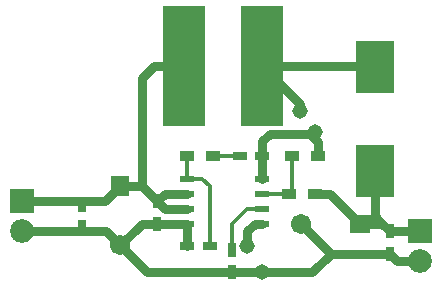
<source format=gbr>
G04 #@! TF.GenerationSoftware,KiCad,Pcbnew,(5.0.0)*
G04 #@! TF.CreationDate,2018-09-01T15:30:56+08:00*
G04 #@! TF.ProjectId,PAM2423 Boost Converter,50414D3234323320426F6F737420436F,rev?*
G04 #@! TF.SameCoordinates,Original*
G04 #@! TF.FileFunction,Copper,L2,Bot,Signal*
G04 #@! TF.FilePolarity,Positive*
%FSLAX46Y46*%
G04 Gerber Fmt 4.6, Leading zero omitted, Abs format (unit mm)*
G04 Created by KiCad (PCBNEW (5.0.0)) date 09/01/18 15:30:56*
%MOMM*%
%LPD*%
G01*
G04 APERTURE LIST*
G04 #@! TA.AperFunction,ComponentPad*
%ADD10C,1.716000*%
G04 #@! TD*
G04 #@! TA.AperFunction,ComponentPad*
%ADD11R,1.554000X1.716000*%
G04 #@! TD*
G04 #@! TA.AperFunction,SMDPad,CuDef*
%ADD12R,0.750000X1.200000*%
G04 #@! TD*
G04 #@! TA.AperFunction,SMDPad,CuDef*
%ADD13R,1.200000X0.750000*%
G04 #@! TD*
G04 #@! TA.AperFunction,ComponentPad*
%ADD14R,1.716000X1.554000*%
G04 #@! TD*
G04 #@! TA.AperFunction,SMDPad,CuDef*
%ADD15R,3.300000X4.500000*%
G04 #@! TD*
G04 #@! TA.AperFunction,ComponentPad*
%ADD16C,2.016000*%
G04 #@! TD*
G04 #@! TA.AperFunction,ComponentPad*
%ADD17R,2.016000X2.016000*%
G04 #@! TD*
G04 #@! TA.AperFunction,SMDPad,CuDef*
%ADD18R,3.556000X10.160000*%
G04 #@! TD*
G04 #@! TA.AperFunction,SMDPad,CuDef*
%ADD19R,1.200000X0.900000*%
G04 #@! TD*
G04 #@! TA.AperFunction,SMDPad,CuDef*
%ADD20R,1.143000X0.508000*%
G04 #@! TD*
G04 #@! TA.AperFunction,ViaPad*
%ADD21C,1.308000*%
G04 #@! TD*
G04 #@! TA.AperFunction,Conductor*
%ADD22C,0.762000*%
G04 #@! TD*
G04 #@! TA.AperFunction,Conductor*
%ADD23C,0.304800*%
G04 #@! TD*
G04 APERTURE END LIST*
D10*
G04 #@! TO.P,C1,2*
G04 #@! TO.N,GND*
X97155000Y-66595000D03*
D11*
G04 #@! TO.P,C1,1*
G04 #@! TO.N,Net-(C1-Pad1)*
X97155000Y-61595000D03*
G04 #@! TD*
D12*
G04 #@! TO.P,C2,2*
G04 #@! TO.N,GND*
X93980000Y-65085000D03*
G04 #@! TO.P,C2,1*
G04 #@! TO.N,Net-(C1-Pad1)*
X93980000Y-63185000D03*
G04 #@! TD*
G04 #@! TO.P,C3,1*
G04 #@! TO.N,Net-(C1-Pad1)*
X100330000Y-62870000D03*
G04 #@! TO.P,C3,2*
G04 #@! TO.N,GND*
X100330000Y-64770000D03*
G04 #@! TD*
D13*
G04 #@! TO.P,C4,2*
G04 #@! TO.N,GND*
X102870000Y-66675000D03*
G04 #@! TO.P,C4,1*
G04 #@! TO.N,Net-(C4-Pad1)*
X104770000Y-66675000D03*
G04 #@! TD*
G04 #@! TO.P,C5,1*
G04 #@! TO.N,Net-(C5-Pad1)*
X107320000Y-59055000D03*
G04 #@! TO.P,C5,2*
G04 #@! TO.N,GND*
X109220000Y-59055000D03*
G04 #@! TD*
D12*
G04 #@! TO.P,C6,2*
G04 #@! TO.N,GND*
X106680000Y-68895000D03*
G04 #@! TO.P,C6,1*
G04 #@! TO.N,Net-(C6-Pad1)*
X106680000Y-66995000D03*
G04 #@! TD*
D14*
G04 #@! TO.P,C7,1*
G04 #@! TO.N,Net-(C7-Pad1)*
X117475000Y-64770000D03*
D10*
G04 #@! TO.P,C7,2*
G04 #@! TO.N,GND*
X112475000Y-64770000D03*
G04 #@! TD*
D12*
G04 #@! TO.P,C8,1*
G04 #@! TO.N,Net-(C7-Pad1)*
X120015000Y-65410000D03*
G04 #@! TO.P,C8,2*
G04 #@! TO.N,GND*
X120015000Y-67310000D03*
G04 #@! TD*
D15*
G04 #@! TO.P,D1,2*
G04 #@! TO.N,Net-(D1-Pad2)*
X118745000Y-51525000D03*
G04 #@! TO.P,D1,1*
G04 #@! TO.N,Net-(C7-Pad1)*
X118745000Y-60325000D03*
G04 #@! TD*
D16*
G04 #@! TO.P,J1,2*
G04 #@! TO.N,GND*
X88900000Y-65405000D03*
D17*
G04 #@! TO.P,J1,1*
G04 #@! TO.N,Net-(C1-Pad1)*
X88900000Y-62865000D03*
G04 #@! TD*
G04 #@! TO.P,J2,1*
G04 #@! TO.N,Net-(C7-Pad1)*
X122555000Y-65405000D03*
D16*
G04 #@! TO.P,J2,2*
G04 #@! TO.N,GND*
X122555000Y-67945000D03*
G04 #@! TD*
D18*
G04 #@! TO.P,L1,2*
G04 #@! TO.N,Net-(D1-Pad2)*
X109220000Y-51435000D03*
G04 #@! TO.P,L1,1*
G04 #@! TO.N,Net-(C1-Pad1)*
X102616000Y-51435000D03*
G04 #@! TD*
D19*
G04 #@! TO.P,R1,2*
G04 #@! TO.N,Net-(C5-Pad1)*
X105070000Y-59055000D03*
G04 #@! TO.P,R1,1*
G04 #@! TO.N,Net-(C4-Pad1)*
X102870000Y-59055000D03*
G04 #@! TD*
G04 #@! TO.P,R2,1*
G04 #@! TO.N,Net-(C7-Pad1)*
X113665000Y-62230000D03*
G04 #@! TO.P,R2,2*
G04 #@! TO.N,Net-(R2-Pad2)*
X111465000Y-62230000D03*
G04 #@! TD*
G04 #@! TO.P,R3,2*
G04 #@! TO.N,GND*
X113960000Y-59055000D03*
G04 #@! TO.P,R3,1*
G04 #@! TO.N,Net-(R2-Pad2)*
X111760000Y-59055000D03*
G04 #@! TD*
D20*
G04 #@! TO.P,U1,1*
G04 #@! TO.N,GND*
X102870000Y-64770000D03*
G04 #@! TO.P,U1,2*
G04 #@! TO.N,Net-(C1-Pad1)*
X102870000Y-63500000D03*
G04 #@! TO.P,U1,3*
X102870000Y-62230000D03*
G04 #@! TO.P,U1,4*
G04 #@! TO.N,Net-(C4-Pad1)*
X102870000Y-60960000D03*
G04 #@! TO.P,U1,5*
G04 #@! TO.N,GND*
X109220000Y-60960000D03*
G04 #@! TO.P,U1,6*
G04 #@! TO.N,Net-(R2-Pad2)*
X109220000Y-62230000D03*
G04 #@! TO.P,U1,7*
G04 #@! TO.N,Net-(C6-Pad1)*
X109220000Y-63500000D03*
G04 #@! TO.P,U1,8*
G04 #@! TO.N,Net-(D1-Pad2)*
X109220000Y-64770000D03*
G04 #@! TD*
D21*
G04 #@! TO.N,GND*
X113665000Y-57023000D03*
X109220000Y-68895000D03*
G04 #@! TO.N,Net-(D1-Pad2)*
X107950000Y-66675000D03*
X112395000Y-55245000D03*
G04 #@! TD*
D22*
G04 #@! TO.N,GND*
X120650000Y-67945000D02*
X120015000Y-67310000D01*
X122555000Y-67945000D02*
X120650000Y-67945000D01*
X115015000Y-67310000D02*
X112475000Y-64770000D01*
X120015000Y-67310000D02*
X115015000Y-67310000D01*
X113430000Y-68895000D02*
X115015000Y-67310000D01*
X99455000Y-68895000D02*
X97155000Y-66595000D01*
X106680000Y-68895000D02*
X99455000Y-68895000D01*
X102870000Y-66675000D02*
X102870000Y-64770000D01*
X100330000Y-64770000D02*
X102870000Y-64770000D01*
X98980000Y-64770000D02*
X97155000Y-66595000D01*
X100330000Y-64770000D02*
X98980000Y-64770000D01*
X95965000Y-65405000D02*
X97155000Y-66595000D01*
X88900000Y-65405000D02*
X95965000Y-65405000D01*
X109220000Y-60960000D02*
X109220000Y-59055000D01*
X113960000Y-57843000D02*
X113267000Y-57150000D01*
X113960000Y-59055000D02*
X113960000Y-57843000D01*
X113267000Y-57150000D02*
X109855000Y-57150000D01*
X109220000Y-57785000D02*
X109220000Y-59055000D01*
X109855000Y-57150000D02*
X109220000Y-57785000D01*
X109220000Y-68895000D02*
X113430000Y-68895000D01*
X106680000Y-68895000D02*
X109220000Y-68895000D01*
G04 #@! TO.N,Net-(C1-Pad1)*
X95885000Y-62865000D02*
X97155000Y-61595000D01*
X88900000Y-62865000D02*
X95885000Y-62865000D01*
X99055000Y-61595000D02*
X100330000Y-62870000D01*
X97155000Y-61595000D02*
X99055000Y-61595000D01*
X100970000Y-62230000D02*
X100330000Y-62870000D01*
X102870000Y-62230000D02*
X100970000Y-62230000D01*
X100960000Y-63500000D02*
X100330000Y-62870000D01*
X102870000Y-63500000D02*
X100960000Y-63500000D01*
X100076000Y-51435000D02*
X102616000Y-51435000D01*
X99060000Y-52451000D02*
X100076000Y-51435000D01*
X99060000Y-60833000D02*
X99060000Y-52451000D01*
X99055000Y-60838000D02*
X99060000Y-60833000D01*
X99055000Y-61595000D02*
X99055000Y-60838000D01*
D23*
G04 #@! TO.N,Net-(C4-Pad1)*
X102870000Y-59055000D02*
X102870000Y-60960000D01*
X104770000Y-66675000D02*
X104770000Y-61590000D01*
X104140000Y-60960000D02*
X102870000Y-60960000D01*
X104770000Y-61590000D02*
X104140000Y-60960000D01*
G04 #@! TO.N,Net-(C5-Pad1)*
X105070000Y-59055000D02*
X107320000Y-59055000D01*
G04 #@! TO.N,Net-(C6-Pad1)*
X107950000Y-63500000D02*
X109220000Y-63500000D01*
X106680000Y-66995000D02*
X106680000Y-64770000D01*
X106680000Y-64770000D02*
X107950000Y-63500000D01*
D22*
G04 #@! TO.N,Net-(C7-Pad1)*
X118745000Y-60325000D02*
X118745000Y-63500000D01*
X119375000Y-64770000D02*
X120015000Y-65410000D01*
X119375000Y-64770000D02*
X119375000Y-64765000D01*
X118745000Y-64135000D02*
X118745000Y-63500000D01*
X119375000Y-64765000D02*
X118745000Y-64135000D01*
X118745000Y-64135000D02*
X118110000Y-64770000D01*
X117475000Y-64770000D02*
X118110000Y-64770000D01*
X118110000Y-64770000D02*
X119375000Y-64770000D01*
X120020000Y-65405000D02*
X120015000Y-65410000D01*
X122555000Y-65405000D02*
X120020000Y-65405000D01*
X114935000Y-62230000D02*
X117475000Y-64770000D01*
X113665000Y-62230000D02*
X114935000Y-62230000D01*
G04 #@! TO.N,Net-(D1-Pad2)*
X118655000Y-51435000D02*
X118745000Y-51525000D01*
X109220000Y-51435000D02*
X118655000Y-51435000D01*
X112395000Y-54610000D02*
X109220000Y-51435000D01*
X112395000Y-55245000D02*
X112395000Y-54610000D01*
X109220000Y-64770000D02*
X108585000Y-64770000D01*
X107950000Y-65405000D02*
X107950000Y-66675000D01*
X108585000Y-64770000D02*
X107950000Y-65405000D01*
D23*
G04 #@! TO.N,Net-(R2-Pad2)*
X111760000Y-61935000D02*
X111465000Y-62230000D01*
X111760000Y-59055000D02*
X111760000Y-61935000D01*
X109220000Y-62230000D02*
X111465000Y-62230000D01*
G04 #@! TD*
M02*

</source>
